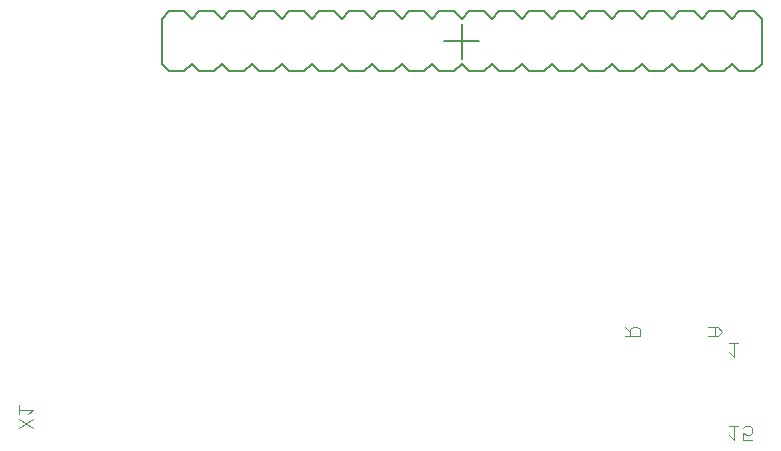
<source format=gbr>
G04 EAGLE Gerber RS-274X export*
G75*
%MOMM*%
%FSLAX34Y34*%
%LPD*%
%INSilkscreen Bottom*%
%IPPOS*%
%AMOC8*
5,1,8,0,0,1.08239X$1,22.5*%
G01*
%ADD10C,0.076200*%
%ADD11C,0.127000*%
%ADD12C,0.152400*%


D10*
X533908Y275209D02*
X541873Y275209D01*
X545856Y279192D01*
X541873Y283174D01*
X533908Y283174D01*
X539882Y283174D02*
X539882Y275209D01*
X475752Y275209D02*
X463804Y275209D01*
X475752Y275209D02*
X475752Y281183D01*
X473761Y283174D01*
X469778Y283174D01*
X467787Y281183D01*
X467787Y275209D01*
X467787Y279192D02*
X463804Y283174D01*
X551434Y261656D02*
X555417Y257673D01*
X555417Y269621D01*
X559399Y269621D02*
X551434Y269621D01*
X551434Y191552D02*
X555417Y187569D01*
X555417Y199517D01*
X559399Y199517D02*
X551434Y199517D01*
X563128Y187569D02*
X571093Y187569D01*
X563128Y187569D02*
X563128Y193543D01*
X567111Y191552D01*
X569102Y191552D01*
X571093Y193543D01*
X571093Y197526D01*
X569102Y199517D01*
X565119Y199517D01*
X563128Y197526D01*
D11*
X325000Y510000D02*
X325000Y540000D01*
X310000Y525000D02*
X340000Y525000D01*
D12*
X90050Y550400D02*
X77350Y550400D01*
X90050Y550400D02*
X96400Y544050D01*
X102750Y550400D01*
X115450Y550400D01*
X121800Y544050D01*
X77350Y550400D02*
X71000Y544050D01*
X121800Y544050D02*
X128150Y550400D01*
X140850Y550400D01*
X147200Y544050D01*
X153550Y550400D02*
X166250Y550400D01*
X172600Y544050D01*
X178950Y550400D01*
X191650Y550400D01*
X198000Y544050D01*
X153550Y550400D02*
X147200Y544050D01*
X198000Y544050D02*
X204350Y550400D01*
X217050Y550400D01*
X223400Y544050D01*
X96400Y505950D02*
X90050Y499600D01*
X115450Y499600D02*
X121800Y505950D01*
X115450Y499600D02*
X102750Y499600D01*
X96400Y505950D01*
X71000Y505950D02*
X71000Y544050D01*
X71000Y505950D02*
X77350Y499600D01*
X90050Y499600D01*
X140850Y499600D02*
X147200Y505950D01*
X140850Y499600D02*
X128150Y499600D01*
X121800Y505950D01*
X166250Y499600D02*
X172600Y505950D01*
X191650Y499600D02*
X198000Y505950D01*
X191650Y499600D02*
X178950Y499600D01*
X172600Y505950D01*
X153550Y499600D02*
X147200Y505950D01*
X153550Y499600D02*
X166250Y499600D01*
X217050Y499600D02*
X223400Y505950D01*
X217050Y499600D02*
X204350Y499600D01*
X198000Y505950D01*
X242450Y550400D02*
X248800Y544050D01*
X242450Y550400D02*
X229750Y550400D01*
X223400Y544050D01*
X223400Y505950D02*
X229750Y499600D01*
X242450Y499600D01*
X248800Y505950D01*
X255150Y550400D02*
X267850Y550400D01*
X274200Y544050D01*
X280550Y550400D01*
X293250Y550400D01*
X299600Y544050D01*
X255150Y550400D02*
X248800Y544050D01*
X299600Y544050D02*
X305950Y550400D01*
X318650Y550400D01*
X325000Y544050D01*
X331350Y550400D02*
X344050Y550400D01*
X350400Y544050D01*
X356750Y550400D01*
X369450Y550400D01*
X375800Y544050D01*
X331350Y550400D02*
X325000Y544050D01*
X375800Y544050D02*
X382150Y550400D01*
X394850Y550400D01*
X401200Y544050D01*
X274200Y505950D02*
X267850Y499600D01*
X293250Y499600D02*
X299600Y505950D01*
X293250Y499600D02*
X280550Y499600D01*
X274200Y505950D01*
X255150Y499600D02*
X248800Y505950D01*
X255150Y499600D02*
X267850Y499600D01*
X318650Y499600D02*
X325000Y505950D01*
X318650Y499600D02*
X305950Y499600D01*
X299600Y505950D01*
X344050Y499600D02*
X350400Y505950D01*
X369450Y499600D02*
X375800Y505950D01*
X369450Y499600D02*
X356750Y499600D01*
X350400Y505950D01*
X331350Y499600D02*
X325000Y505950D01*
X331350Y499600D02*
X344050Y499600D01*
X394850Y499600D02*
X401200Y505950D01*
X394850Y499600D02*
X382150Y499600D01*
X375800Y505950D01*
X420250Y550400D02*
X426600Y544050D01*
X420250Y550400D02*
X407550Y550400D01*
X401200Y544050D01*
X401200Y505950D02*
X407550Y499600D01*
X420250Y499600D01*
X426600Y505950D01*
X432950Y550400D02*
X445650Y550400D01*
X452000Y544050D01*
X458350Y550400D01*
X471050Y550400D01*
X477400Y544050D01*
X432950Y550400D02*
X426600Y544050D01*
X477400Y544050D02*
X483750Y550400D01*
X496450Y550400D01*
X502800Y544050D01*
X509150Y550400D02*
X521850Y550400D01*
X528200Y544050D01*
X534550Y550400D01*
X547250Y550400D01*
X553600Y544050D01*
X509150Y550400D02*
X502800Y544050D01*
X553600Y544050D02*
X559950Y550400D01*
X572650Y550400D01*
X452000Y505950D02*
X445650Y499600D01*
X471050Y499600D02*
X477400Y505950D01*
X471050Y499600D02*
X458350Y499600D01*
X452000Y505950D01*
X432950Y499600D02*
X426600Y505950D01*
X432950Y499600D02*
X445650Y499600D01*
X496450Y499600D02*
X502800Y505950D01*
X496450Y499600D02*
X483750Y499600D01*
X477400Y505950D01*
X521850Y499600D02*
X528200Y505950D01*
X547250Y499600D02*
X553600Y505950D01*
X547250Y499600D02*
X534550Y499600D01*
X528200Y505950D01*
X509150Y499600D02*
X502800Y505950D01*
X509150Y499600D02*
X521850Y499600D01*
X559950Y499600D02*
X572650Y499600D01*
X559950Y499600D02*
X553600Y505950D01*
X579000Y505950D02*
X579000Y544050D01*
X572650Y550400D01*
X579000Y505950D02*
X572650Y499600D01*
D10*
X-37671Y197481D02*
X-49619Y205446D01*
X-49619Y197481D02*
X-37671Y205446D01*
X-41654Y209175D02*
X-37671Y213158D01*
X-49619Y213158D01*
X-49619Y217140D02*
X-49619Y209175D01*
M02*

</source>
